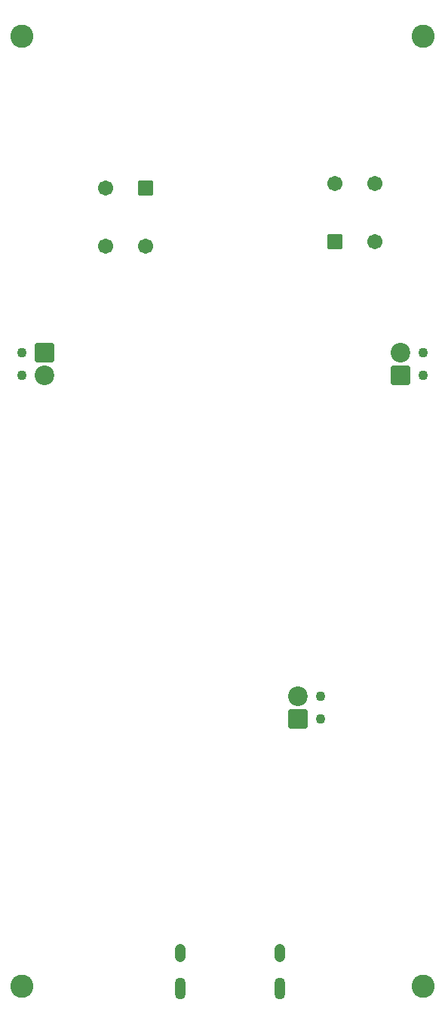
<source format=gbr>
%TF.GenerationSoftware,KiCad,Pcbnew,9.0.1*%
%TF.CreationDate,2025-07-20T14:02:17+01:00*%
%TF.ProjectId,pcb_suiveur,7063625f-7375-4697-9665-75722e6b6963,rev?*%
%TF.SameCoordinates,Original*%
%TF.FileFunction,Soldermask,Bot*%
%TF.FilePolarity,Negative*%
%FSLAX46Y46*%
G04 Gerber Fmt 4.6, Leading zero omitted, Abs format (unit mm)*
G04 Created by KiCad (PCBNEW 9.0.1) date 2025-07-20 14:02:17*
%MOMM*%
%LPD*%
G01*
G04 APERTURE LIST*
G04 Aperture macros list*
%AMRoundRect*
0 Rectangle with rounded corners*
0 $1 Rounding radius*
0 $2 $3 $4 $5 $6 $7 $8 $9 X,Y pos of 4 corners*
0 Add a 4 corners polygon primitive as box body*
4,1,4,$2,$3,$4,$5,$6,$7,$8,$9,$2,$3,0*
0 Add four circle primitives for the rounded corners*
1,1,$1+$1,$2,$3*
1,1,$1+$1,$4,$5*
1,1,$1+$1,$6,$7*
1,1,$1+$1,$8,$9*
0 Add four rect primitives between the rounded corners*
20,1,$1+$1,$2,$3,$4,$5,0*
20,1,$1+$1,$4,$5,$6,$7,0*
20,1,$1+$1,$6,$7,$8,$9,0*
20,1,$1+$1,$8,$9,$2,$3,0*%
G04 Aperture macros list end*
%ADD10C,2.600000*%
%ADD11C,2.200000*%
%ADD12RoundRect,0.249999X0.850001X-0.850001X0.850001X0.850001X-0.850001X0.850001X-0.850001X-0.850001X0*%
%ADD13C,1.100000*%
%ADD14O,1.254000X2.454000*%
%ADD15O,1.254000X2.054000*%
%ADD16RoundRect,0.249999X-0.850001X0.850001X-0.850001X-0.850001X0.850001X-0.850001X0.850001X0.850001X0*%
%ADD17C,1.702000*%
%ADD18RoundRect,0.102000X0.749000X-0.749000X0.749000X0.749000X-0.749000X0.749000X-0.749000X-0.749000X0*%
%ADD19RoundRect,0.102000X-0.749000X0.749000X-0.749000X-0.749000X0.749000X-0.749000X0.749000X0.749000X0*%
G04 APERTURE END LIST*
D10*
%TO.C,H1*%
X170500000Y-40000000D03*
%TD*%
%TO.C,H2*%
X125500000Y-40000000D03*
%TD*%
%TO.C,H4*%
X170500000Y-146500000D03*
%TD*%
D11*
%TO.C,J4_battery3*%
X156460000Y-114000000D03*
D12*
X156460000Y-116540000D03*
D13*
X159000000Y-114000000D03*
X159000000Y-116540000D03*
%TD*%
D14*
%TO.C,P1*%
X154445000Y-146812500D03*
X143205000Y-146812500D03*
D15*
X154445000Y-142812500D03*
X143205000Y-142812500D03*
%TD*%
D11*
%TO.C,J2*%
X128000000Y-78040000D03*
D16*
X128000000Y-75500000D03*
D13*
X125460000Y-78040000D03*
X125460000Y-75500000D03*
%TD*%
D17*
%TO.C,SW2*%
X165075000Y-56525000D03*
X160575000Y-56525000D03*
X165075000Y-63025000D03*
D18*
X160575000Y-63025000D03*
%TD*%
D10*
%TO.C,H3*%
X125500000Y-146500000D03*
%TD*%
D11*
%TO.C,J3*%
X168000000Y-75500000D03*
D12*
X168000000Y-78040000D03*
D13*
X170540000Y-75500000D03*
X170540000Y-78040000D03*
%TD*%
D17*
%TO.C,SW1*%
X134825000Y-63525000D03*
X139325000Y-63525000D03*
X134825000Y-57025000D03*
D19*
X139325000Y-57025000D03*
%TD*%
M02*

</source>
